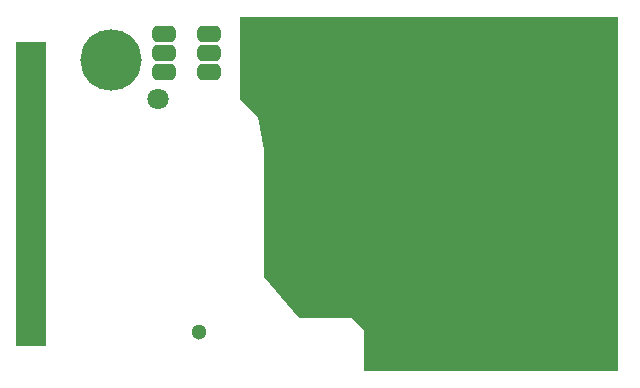
<source format=gbs>
G04*
G04 #@! TF.GenerationSoftware,Altium Limited,Altium Designer,20.1.12 (249)*
G04*
G04 Layer_Color=16711935*
%FSLAX44Y44*%
%MOMM*%
G71*
G04*
G04 #@! TF.SameCoordinates,ADC5D222-85A9-45F4-B70E-F1EBAED22DC9*
G04*
G04*
G04 #@! TF.FilePolarity,Negative*
G04*
G01*
G75*
%ADD32R,2.6500X25.8000*%
%ADD56C,5.2000*%
G04:AMPARAMS|DCode=58|XSize=5.5mm|YSize=5.5mm|CornerRadius=0.4975mm|HoleSize=0mm|Usage=FLASHONLY|Rotation=0.000|XOffset=0mm|YOffset=0mm|HoleType=Round|Shape=RoundedRectangle|*
%AMROUNDEDRECTD58*
21,1,5.5000,4.5050,0,0,0.0*
21,1,4.5050,5.5000,0,0,0.0*
1,1,0.9950,2.2525,-2.2525*
1,1,0.9950,-2.2525,-2.2525*
1,1,0.9950,-2.2525,2.2525*
1,1,0.9950,2.2525,2.2525*
%
%ADD58ROUNDEDRECTD58*%
%ADD59C,1.3000*%
%ADD60C,1.8000*%
%ADD97C,0.2000*%
G04:AMPARAMS|DCode=98|XSize=1.4mm|YSize=1.95mm|CornerRadius=0.375mm|HoleSize=0mm|Usage=FLASHONLY|Rotation=270.000|XOffset=0mm|YOffset=0mm|HoleType=Round|Shape=RoundedRectangle|*
%AMROUNDEDRECTD98*
21,1,1.4000,1.2000,0,0,270.0*
21,1,0.6500,1.9500,0,0,270.0*
1,1,0.7500,-0.6000,-0.3250*
1,1,0.7500,-0.6000,0.3250*
1,1,0.7500,0.6000,0.3250*
1,1,0.7500,0.6000,-0.3250*
%
%ADD98ROUNDEDRECTD98*%
%ADD99C,3.7000*%
G36*
X509500Y0D02*
X295000D01*
Y35000D01*
X285000Y45000D01*
X240000D01*
X210000Y80000D01*
Y186713D01*
X205015Y214985D01*
X190000Y230000D01*
X190000Y300000D01*
X509500D01*
Y0D01*
D02*
G37*
D32*
X12750Y150000D02*
D03*
D56*
X402815Y37046D02*
D03*
X80185Y262954D02*
D03*
D58*
X480500Y271000D02*
D03*
Y29000D02*
D03*
D59*
X154968Y33199D02*
D03*
D60*
X120238Y230161D02*
D03*
D97*
X407481Y275835D02*
Y285832D01*
X404149Y282499D01*
X400817Y285832D01*
Y275835D01*
X397485D02*
Y285832D01*
X392486D01*
X390820Y284165D01*
Y280833D01*
X392486Y279167D01*
X397485D01*
X380823Y284165D02*
X382490Y285832D01*
X385822D01*
X387488Y284165D01*
Y277501D01*
X385822Y275835D01*
X382490D01*
X380823Y277501D01*
X377491Y285832D02*
X374159D01*
X375825D01*
Y275835D01*
X377491D01*
X374159D01*
X362496Y285832D02*
X369160D01*
Y275835D01*
X362496D01*
X369160Y280833D02*
X365828D01*
X359164Y274168D02*
X352499D01*
X349167Y285832D02*
X342502D01*
X345835D01*
Y275835D01*
X334172Y285832D02*
X337504D01*
X339170Y284165D01*
Y277501D01*
X337504Y275835D01*
X334172D01*
X332506Y277501D01*
Y284165D01*
X334172Y285832D01*
X329173Y274168D02*
X322509D01*
X319177Y275835D02*
Y285832D01*
X315844Y282499D01*
X312512Y285832D01*
Y275835D01*
X302515D02*
X309180D01*
X302515Y282499D01*
Y284165D01*
X304181Y285832D01*
X307514D01*
X309180Y284165D01*
X292519Y285832D02*
X299183D01*
Y275835D01*
X292519D01*
X299183Y280833D02*
X295851D01*
D98*
X125250Y269500D02*
D03*
Y253500D02*
D03*
Y285500D02*
D03*
X163750D02*
D03*
Y269500D02*
D03*
Y253500D02*
D03*
D99*
X415811Y180736D02*
D03*
M02*

</source>
